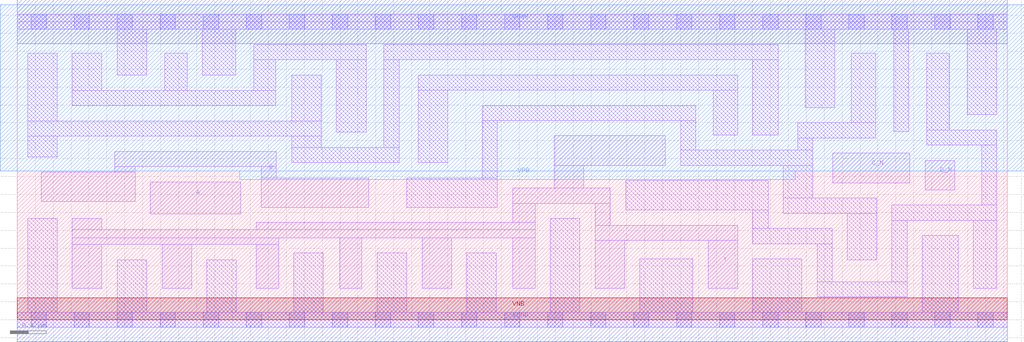
<source format=lef>
# Copyright 2020 The SkyWater PDK Authors
#
# Licensed under the Apache License, Version 2.0 (the "License");
# you may not use this file except in compliance with the License.
# You may obtain a copy of the License at
#
#     https://www.apache.org/licenses/LICENSE-2.0
#
# Unless required by applicable law or agreed to in writing, software
# distributed under the License is distributed on an "AS IS" BASIS,
# WITHOUT WARRANTIES OR CONDITIONS OF ANY KIND, either express or implied.
# See the License for the specific language governing permissions and
# limitations under the License.
#
# SPDX-License-Identifier: Apache-2.0

VERSION 5.7 ;
  NOWIREEXTENSIONATPIN ON ;
  DIVIDERCHAR "/" ;
  BUSBITCHARS "[]" ;
MACRO sky130_fd_sc_ms__nor4bb_4
  CLASS CORE ;
  FOREIGN sky130_fd_sc_ms__nor4bb_4 ;
  ORIGIN  0.000000  0.000000 ;
  SIZE  11.04000 BY  3.330000 ;
  SYMMETRY X Y ;
  SITE unit ;
  PIN A
    ANTENNAGATEAREA  1.250400 ;
    DIRECTION INPUT ;
    USE SIGNAL ;
    PORT
      LAYER li1 ;
        RECT 1.485000 1.180000 2.495000 1.540000 ;
    END
  END A
  PIN B
    ANTENNAGATEAREA  1.250400 ;
    DIRECTION INPUT ;
    USE SIGNAL ;
    PORT
      LAYER li1 ;
        RECT 0.265000 1.320000 1.315000 1.650000 ;
        RECT 1.085000 1.650000 1.315000 1.710000 ;
        RECT 1.085000 1.710000 2.890000 1.880000 ;
        RECT 2.720000 1.255000 3.920000 1.585000 ;
        RECT 2.720000 1.585000 2.890000 1.710000 ;
    END
  END B
  PIN C_N
    ANTENNAGATEAREA  0.413400 ;
    DIRECTION INPUT ;
    USE SIGNAL ;
    PORT
      LAYER li1 ;
        RECT 9.095000 1.530000 9.955000 1.860000 ;
    END
  END C_N
  PIN D_N
    ANTENNAGATEAREA  0.413400 ;
    DIRECTION INPUT ;
    USE SIGNAL ;
    PORT
      LAYER li1 ;
        RECT 10.125000 1.450000 10.455000 1.780000 ;
    END
  END D_N
  PIN Y
    ANTENNADIFFAREA  2.477000 ;
    DIRECTION OUTPUT ;
    USE SIGNAL ;
    PORT
      LAYER li1 ;
        RECT 0.615000 0.350000 0.945000 0.840000 ;
        RECT 0.615000 0.840000 2.915000 0.915000 ;
        RECT 0.615000 0.915000 5.775000 1.010000 ;
        RECT 0.615000 1.010000 0.945000 1.130000 ;
        RECT 1.615000 0.350000 1.945000 0.840000 ;
        RECT 2.665000 0.350000 2.915000 0.840000 ;
        RECT 2.665000 1.010000 5.775000 1.085000 ;
        RECT 3.595000 0.350000 3.845000 0.915000 ;
        RECT 4.515000 0.350000 4.845000 0.915000 ;
        RECT 5.525000 0.350000 5.775000 0.915000 ;
        RECT 5.525000 1.085000 5.775000 1.300000 ;
        RECT 5.525000 1.300000 6.615000 1.470000 ;
        RECT 5.990000 1.470000 6.320000 1.725000 ;
        RECT 5.990000 1.725000 7.230000 2.055000 ;
        RECT 6.445000 0.350000 6.775000 0.885000 ;
        RECT 6.445000 0.885000 8.035000 1.055000 ;
        RECT 6.445000 1.055000 6.615000 1.300000 ;
        RECT 7.705000 0.350000 8.035000 0.885000 ;
    END
  END Y
  PIN VGND
    DIRECTION INOUT ;
    USE GROUND ;
    PORT
      LAYER met1 ;
        RECT 0.000000 -0.245000 11.040000 0.245000 ;
    END
  END VGND
  PIN VNB
    DIRECTION INOUT ;
    USE GROUND ;
    PORT
      LAYER pwell ;
        RECT 0.000000 0.000000 11.040000 0.245000 ;
    END
  END VNB
  PIN VPB
    DIRECTION INOUT ;
    USE POWER ;
    PORT
      LAYER nwell ;
        RECT -0.190000 1.660000 11.230000 3.520000 ;
        RECT  2.480000 1.565000  8.675000 1.660000 ;
    END
  END VPB
  PIN VPWR
    DIRECTION INOUT ;
    USE POWER ;
    PORT
      LAYER met1 ;
        RECT 0.000000 3.085000 11.040000 3.575000 ;
    END
  END VPWR
  OBS
    LAYER li1 ;
      RECT  0.000000 -0.085000 11.040000 0.085000 ;
      RECT  0.000000  3.245000 11.040000 3.415000 ;
      RECT  0.115000  0.085000  0.445000 1.130000 ;
      RECT  0.115000  1.820000  0.445000 2.050000 ;
      RECT  0.115000  2.050000  3.390000 2.220000 ;
      RECT  0.115000  2.220000  0.445000 2.980000 ;
      RECT  0.615000  2.390000  2.885000 2.560000 ;
      RECT  0.615000  2.560000  0.945000 2.980000 ;
      RECT  1.115000  0.085000  1.445000 0.670000 ;
      RECT  1.115000  2.730000  1.445000 3.245000 ;
      RECT  1.645000  2.560000  1.895000 2.980000 ;
      RECT  2.065000  2.730000  2.435000 3.245000 ;
      RECT  2.115000  0.085000  2.445000 0.670000 ;
      RECT  2.635000  2.560000  2.885000 2.905000 ;
      RECT  2.635000  2.905000  3.890000 3.075000 ;
      RECT  3.060000  1.755000  4.260000 1.925000 ;
      RECT  3.060000  1.925000  3.390000 2.050000 ;
      RECT  3.060000  2.220000  3.390000 2.735000 ;
      RECT  3.085000  0.085000  3.415000 0.745000 ;
      RECT  3.560000  2.095000  3.890000 2.905000 ;
      RECT  4.015000  0.085000  4.345000 0.745000 ;
      RECT  4.090000  1.925000  4.260000 2.905000 ;
      RECT  4.090000  2.905000  8.490000 3.075000 ;
      RECT  4.345000  1.255000  5.355000 1.585000 ;
      RECT  4.470000  1.755000  4.800000 2.565000 ;
      RECT  4.470000  2.565000  8.035000 2.735000 ;
      RECT  5.015000  0.085000  5.345000 0.745000 ;
      RECT  5.185000  1.585000  5.355000 2.225000 ;
      RECT  5.185000  2.225000  7.570000 2.395000 ;
      RECT  5.945000  0.085000  6.275000 1.130000 ;
      RECT  6.785000  1.225000  8.375000 1.555000 ;
      RECT  6.945000  0.085000  7.535000 0.680000 ;
      RECT  7.400000  1.725000  8.875000 1.895000 ;
      RECT  7.400000  1.895000  7.570000 2.225000 ;
      RECT  7.760000  2.065000  8.035000 2.565000 ;
      RECT  8.205000  0.085000  8.750000 0.680000 ;
      RECT  8.205000  0.850000  9.090000 1.020000 ;
      RECT  8.205000  1.020000  8.375000 1.225000 ;
      RECT  8.205000  2.065000  8.490000 2.905000 ;
      RECT  8.545000  1.190000  9.585000 1.360000 ;
      RECT  8.545000  1.360000  8.875000 1.725000 ;
      RECT  8.705000  1.895000  8.875000 2.030000 ;
      RECT  8.705000  2.030000  9.575000 2.200000 ;
      RECT  8.790000  2.370000  9.120000 3.245000 ;
      RECT  8.920000  0.255000  9.925000 0.425000 ;
      RECT  8.920000  0.425000  9.090000 0.850000 ;
      RECT  9.260000  0.670000  9.585000 1.190000 ;
      RECT  9.300000  2.200000  9.575000 2.980000 ;
      RECT  9.755000  0.425000  9.925000 1.110000 ;
      RECT  9.755000  1.110000 10.925000 1.280000 ;
      RECT  9.775000  2.100000  9.945000 3.245000 ;
      RECT 10.095000  0.085000 10.495000 0.940000 ;
      RECT 10.145000  1.950000 10.925000 2.120000 ;
      RECT 10.145000  2.120000 10.395000 2.980000 ;
      RECT 10.595000  2.290000 10.925000 3.245000 ;
      RECT 10.665000  0.350000 10.925000 1.110000 ;
      RECT 10.755000  1.280000 10.925000 1.950000 ;
    LAYER mcon ;
      RECT  0.155000 -0.085000  0.325000 0.085000 ;
      RECT  0.155000  3.245000  0.325000 3.415000 ;
      RECT  0.635000 -0.085000  0.805000 0.085000 ;
      RECT  0.635000  3.245000  0.805000 3.415000 ;
      RECT  1.115000 -0.085000  1.285000 0.085000 ;
      RECT  1.115000  3.245000  1.285000 3.415000 ;
      RECT  1.595000 -0.085000  1.765000 0.085000 ;
      RECT  1.595000  3.245000  1.765000 3.415000 ;
      RECT  2.075000 -0.085000  2.245000 0.085000 ;
      RECT  2.075000  3.245000  2.245000 3.415000 ;
      RECT  2.555000 -0.085000  2.725000 0.085000 ;
      RECT  2.555000  3.245000  2.725000 3.415000 ;
      RECT  3.035000 -0.085000  3.205000 0.085000 ;
      RECT  3.035000  3.245000  3.205000 3.415000 ;
      RECT  3.515000 -0.085000  3.685000 0.085000 ;
      RECT  3.515000  3.245000  3.685000 3.415000 ;
      RECT  3.995000 -0.085000  4.165000 0.085000 ;
      RECT  3.995000  3.245000  4.165000 3.415000 ;
      RECT  4.475000 -0.085000  4.645000 0.085000 ;
      RECT  4.475000  3.245000  4.645000 3.415000 ;
      RECT  4.955000 -0.085000  5.125000 0.085000 ;
      RECT  4.955000  3.245000  5.125000 3.415000 ;
      RECT  5.435000 -0.085000  5.605000 0.085000 ;
      RECT  5.435000  3.245000  5.605000 3.415000 ;
      RECT  5.915000 -0.085000  6.085000 0.085000 ;
      RECT  5.915000  3.245000  6.085000 3.415000 ;
      RECT  6.395000 -0.085000  6.565000 0.085000 ;
      RECT  6.395000  3.245000  6.565000 3.415000 ;
      RECT  6.875000 -0.085000  7.045000 0.085000 ;
      RECT  6.875000  3.245000  7.045000 3.415000 ;
      RECT  7.355000 -0.085000  7.525000 0.085000 ;
      RECT  7.355000  3.245000  7.525000 3.415000 ;
      RECT  7.835000 -0.085000  8.005000 0.085000 ;
      RECT  7.835000  3.245000  8.005000 3.415000 ;
      RECT  8.315000 -0.085000  8.485000 0.085000 ;
      RECT  8.315000  3.245000  8.485000 3.415000 ;
      RECT  8.795000 -0.085000  8.965000 0.085000 ;
      RECT  8.795000  3.245000  8.965000 3.415000 ;
      RECT  9.275000 -0.085000  9.445000 0.085000 ;
      RECT  9.275000  3.245000  9.445000 3.415000 ;
      RECT  9.755000 -0.085000  9.925000 0.085000 ;
      RECT  9.755000  3.245000  9.925000 3.415000 ;
      RECT 10.235000 -0.085000 10.405000 0.085000 ;
      RECT 10.235000  3.245000 10.405000 3.415000 ;
      RECT 10.715000 -0.085000 10.885000 0.085000 ;
      RECT 10.715000  3.245000 10.885000 3.415000 ;
  END
END sky130_fd_sc_ms__nor4bb_4
END LIBRARY

</source>
